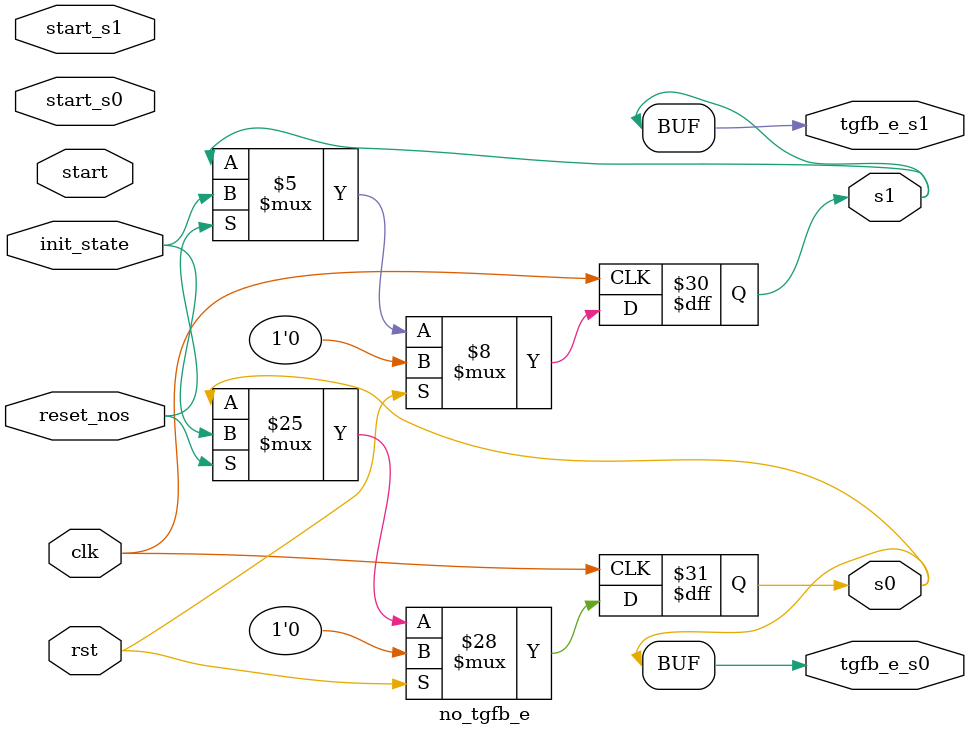
<source format=v>

module no_tgfb_e
(
  input clk,
  input start,
  input rst,
  input reset_nos,
  input start_s0,
  input start_s1,
  input init_state,
  output reg [1-1:0] s0,
  output reg [1-1:0] s1,
  output [1-1:0] tgfb_e_s0,
  output [1-1:0] tgfb_e_s1
);

  reg pass;

  always @(posedge clk) begin
    if(rst) begin
      s0 <= 1'd0;
      pass <= 1'b0;
    end else begin
      if(reset_nos) begin
        s0 <= init_state;
        pass <= 1;
      end else begin
        if(start_s0) begin
          if(pass) begin
            s0 <=  s0 ;
            pass <= 0;
          end else begin
            pass <= 1;
          end
        end 
      end
    end
  end


  always @(posedge clk) begin
    if(rst) begin
      s1 <= 1'd0;
    end else begin
      if(reset_nos) begin
        s1 <= init_state;
      end else begin
        if(start_s1) begin
          s1 <=  s1 ;
        end 
      end
    end
  end

  assign tgfb_e_s0 = s0;
  assign tgfb_e_s1 = s1;

endmodule

</source>
